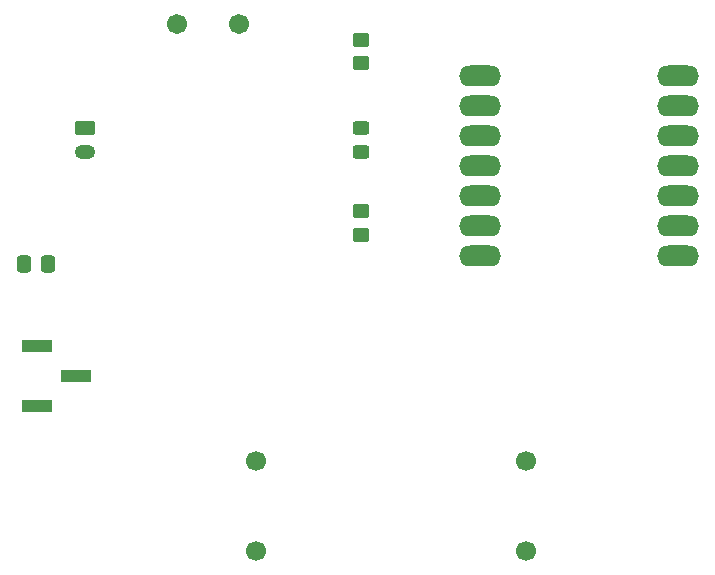
<source format=gbr>
%TF.GenerationSoftware,KiCad,Pcbnew,8.0.8*%
%TF.CreationDate,2025-02-28T02:08:50-08:00*%
%TF.ProjectId,jazmyn_hwsw,6a617a6d-796e-45f6-9877-73772e6b6963,rev?*%
%TF.SameCoordinates,Original*%
%TF.FileFunction,Soldermask,Top*%
%TF.FilePolarity,Negative*%
%FSLAX46Y46*%
G04 Gerber Fmt 4.6, Leading zero omitted, Abs format (unit mm)*
G04 Created by KiCad (PCBNEW 8.0.8) date 2025-02-28 02:08:50*
%MOMM*%
%LPD*%
G01*
G04 APERTURE LIST*
G04 Aperture macros list*
%AMRoundRect*
0 Rectangle with rounded corners*
0 $1 Rounding radius*
0 $2 $3 $4 $5 $6 $7 $8 $9 X,Y pos of 4 corners*
0 Add a 4 corners polygon primitive as box body*
4,1,4,$2,$3,$4,$5,$6,$7,$8,$9,$2,$3,0*
0 Add four circle primitives for the rounded corners*
1,1,$1+$1,$2,$3*
1,1,$1+$1,$4,$5*
1,1,$1+$1,$6,$7*
1,1,$1+$1,$8,$9*
0 Add four rect primitives between the rounded corners*
20,1,$1+$1,$2,$3,$4,$5,0*
20,1,$1+$1,$4,$5,$6,$7,0*
20,1,$1+$1,$6,$7,$8,$9,0*
20,1,$1+$1,$8,$9,$2,$3,0*%
G04 Aperture macros list end*
%ADD10C,1.701800*%
%ADD11RoundRect,0.250000X0.450000X-0.325000X0.450000X0.325000X-0.450000X0.325000X-0.450000X-0.325000X0*%
%ADD12RoundRect,0.250000X-0.337500X-0.475000X0.337500X-0.475000X0.337500X0.475000X-0.337500X0.475000X0*%
%ADD13RoundRect,0.250000X-0.450000X0.350000X-0.450000X-0.350000X0.450000X-0.350000X0.450000X0.350000X0*%
%ADD14R,2.510000X1.000000*%
%ADD15RoundRect,0.250000X-0.625000X0.350000X-0.625000X-0.350000X0.625000X-0.350000X0.625000X0.350000X0*%
%ADD16O,1.750000X1.200000*%
%ADD17O,3.556000X1.778000*%
%ADD18C,1.700000*%
G04 APERTURE END LIST*
D10*
%TO.C,U2*%
X118150000Y-66648150D03*
X112850000Y-66648150D03*
%TD*%
D11*
%TO.C,D1*%
X128500000Y-75475000D03*
X128500000Y-77525000D03*
%TD*%
D12*
%TO.C,C1*%
X99925000Y-87000000D03*
X102000000Y-87000000D03*
%TD*%
D13*
%TO.C,R1*%
X128500000Y-70000000D03*
X128500000Y-68000000D03*
%TD*%
D14*
%TO.C,J1*%
X101000000Y-93920000D03*
X104310000Y-96460000D03*
X101000000Y-99000000D03*
%TD*%
D15*
%TO.C,BT1*%
X105050000Y-75500000D03*
D16*
X105050000Y-77500000D03*
%TD*%
D13*
%TO.C,R2*%
X128500000Y-82500000D03*
X128500000Y-84500000D03*
%TD*%
D17*
%TO.C,U1*%
X155262000Y-71050000D03*
X155262000Y-73590000D03*
X155262000Y-76130000D03*
X155262000Y-78670000D03*
X155262000Y-81210000D03*
X155262000Y-83750000D03*
X155262000Y-86290000D03*
X138498000Y-71050000D03*
X138498000Y-73590000D03*
X138498000Y-76130000D03*
X138498000Y-78670000D03*
X138498000Y-81210000D03*
X138498000Y-83750000D03*
X138498000Y-86290000D03*
%TD*%
D18*
%TO.C,M1*%
X119570000Y-103690000D03*
X119570000Y-111310000D03*
X142430000Y-111310000D03*
X142430000Y-103690000D03*
%TD*%
M02*

</source>
